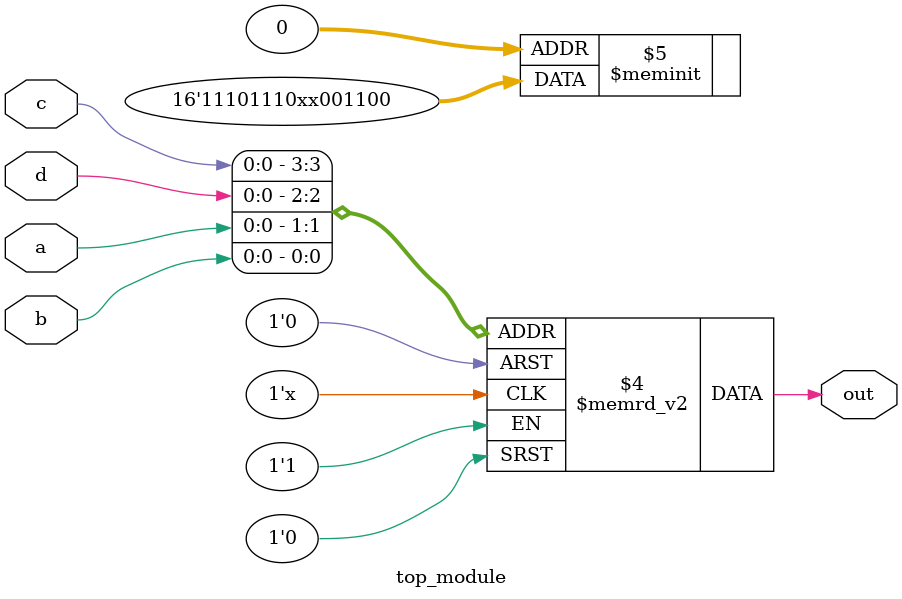
<source format=sv>
module top_module (
	input a, 
	input b,
	input c,
	input d,
	output reg out
);

always @(*) begin
	case ({c, d, a, b})
	4'b0000: out = 1'b0;
	4'b0001: out = 1'b0;
	4'b0010: out = 1'b1;
	4'b0011: out = 1'b1;
	4'b0100: out = 1'b0;
	4'b0101: out = 1'b0;
	4'b0110: out = 1'bx; // Don't care
	4'b0111: out = 1'bx; // Don't care
	4'b1000: out = 1'b0;
	4'b1001: out = 1'b1;
	4'b1010: out = 1'b1;
	4'b1011: out = 1'b1;
	4'b1100: out = 1'b0;
	4'b1101: out = 1'b1;
	4'b1110: out = 1'b1;
	4'b1111: out = 1'b1;
	default: out = 1'b0;
	endcase
end

endmodule

</source>
